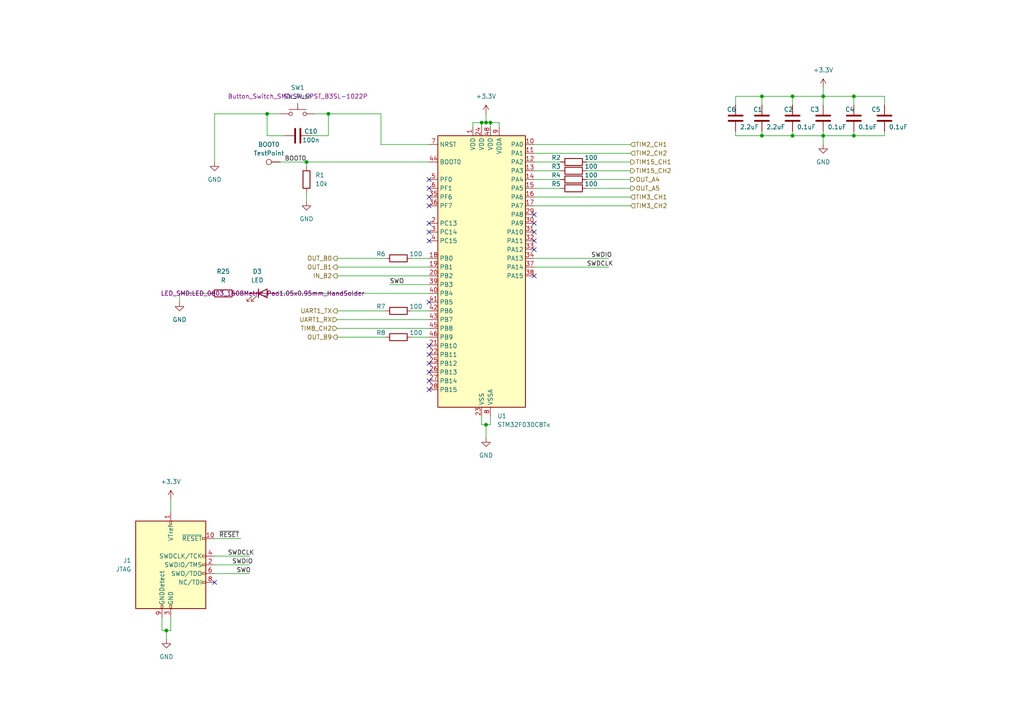
<source format=kicad_sch>
(kicad_sch (version 20230121) (generator eeschema)
  (paper "A4")
  (lib_symbols
    (symbol "Connector:Conn_ARM_JTAG_SWD_10" (pin_names (offset 1.016))
      (property "Reference" "J" (at -2.54 16.51 0))
      (property "Value" "Conn_ARM_JTAG_SWD_10" (at -2.54 13.97 0))
      (symbol "Conn_ARM_JTAG_SWD_10_0_1"
        (rectangle (start -10.16 12.7) (end 10.16 -12.7) (stroke (width 0.254)) (fill (type background)))
        (rectangle (start -2.794 -12.7) (end -2.286 -11.684))
        (rectangle (start -0.254 -12.7) (end 0.254 -11.684))
        (rectangle (start -0.254 12.7) (end 0.254 11.684))
        (rectangle (start 9.144 2.286) (end 10.16 2.794))
        (rectangle (start 10.16 -2.794) (end 9.144 -2.286))
        (rectangle (start 10.16 -0.254) (end 9.144 0.254))
        (rectangle (start 10.16 7.874) (end 9.144 7.366))
      )
      (symbol "Conn_ARM_JTAG_SWD_10_1_1"
        (rectangle (start 9.144 -5.334) (end 10.16 -4.826))
        (pin power_in line (at 0 15.24 270) (length 2.54) (name "VTref") (number "1"))
        (pin open_collector line (at 12.7 7.62 180) (length 2.54) (name "~{RESET}") (number "10"))
        (pin bidirectional line (at 12.7 0 180) (length 2.54) (name "SWDIO/TMS") (number "2"))
        (pin power_in line (at 0 -15.24 90) (length 2.54) (name "GND") (number "3"))
        (pin output line (at 12.7 2.54 180) (length 2.54) (name "SWDCLK/TCK") (number "4"))
        (pin passive line (at 0 -15.24 90) (length 2.54) hide (name "GND") (number "5"))
        (pin input line (at 12.7 -2.54 180) (length 2.54) (name "SWO/TDO") (number "6"))
        (pin no_connect line (at -10.16 0 0) (length 2.54) hide (name "KEY") (number "7"))
        (pin output line (at 12.7 -5.08 180) (length 2.54) (name "NC/TDI") (number "8"))
        (pin passive line (at -2.54 -15.24 90) (length 2.54) (name "GNDDetect") (number "9"))
      )
    )
    (symbol "Connector:TestPoint" (pin_numbers hide) (pin_names (offset 0.762) hide)
      (property "Reference" "TP" (at 0 6.858 0))
      (property "Value" "TestPoint" (at 0 5.08 0))
      (symbol "TestPoint_0_1"
        (circle (center 0 3.302) (radius 0.762))
      )
      (symbol "TestPoint_1_1"
        (pin passive line (at 0 0 90) (length 2.54) (name "1") (number "1"))
      )
    )
    (symbol "Device:C" (pin_numbers hide) (pin_names (offset 0.254))
      (property "Reference" "C" (at 0.635 2.54 0))
      (property "Value" "C" (at 0.635 -2.54 0))
      (symbol "C_0_1"
        (polyline (pts (xy -2.032 -0.762) (xy 2.032 -0.762)) (stroke (width 0.508)))
        (polyline (pts (xy -2.032 0.762) (xy 2.032 0.762)) (stroke (width 0.508)))
      )
      (symbol "C_1_1"
        (pin passive line (at 0 3.81 270) (length 2.794) (name "~") (number "1"))
        (pin passive line (at 0 -3.81 90) (length 2.794) (name "~") (number "2"))
      )
    )
    (symbol "Device:LED" (pin_numbers hide) (pin_names (offset 1.016) hide)
      (property "Reference" "D" (at 0 2.54 0))
      (property "Value" "LED" (at 0 -2.54 0))
      (symbol "LED_0_1"
        (polyline (pts (xy -1.27 -1.27) (xy -1.27 1.27)) (stroke (width 0.254)))
        (polyline (pts (xy -1.27 0) (xy 1.27 0)))
        (polyline (pts (xy 1.27 -1.27) (xy 1.27 1.27) (xy -1.27 0) (xy 1.27 -1.27)) (stroke (width 0.254)))
        (polyline (pts (xy -3.048 -0.762) (xy -4.572 -2.286) (xy -3.81 -2.286) (xy -4.572 -2.286) (xy -4.572 -1.524)))
        (polyline (pts (xy -1.778 -0.762) (xy -3.302 -2.286) (xy -2.54 -2.286) (xy -3.302 -2.286) (xy -3.302 -1.524)))
      )
      (symbol "LED_1_1"
        (pin passive line (at -3.81 0 0) (length 2.54) (name "K") (number "1"))
        (pin passive line (at 3.81 0 180) (length 2.54) (name "A") (number "2"))
      )
    )
    (symbol "Device:R" (pin_numbers hide) (pin_names (offset 0))
      (property "Reference" "R" (at 2.032 0 90))
      (property "Value" "R" (at 0 0 90))
      (symbol "R_0_1"
        (rectangle (start -1.016 -2.54) (end 1.016 2.54) (stroke (width 0.254)))
      )
      (symbol "R_1_1"
        (pin passive line (at 0 3.81 270) (length 1.27) (name "~") (number "1"))
        (pin passive line (at 0 -3.81 90) (length 1.27) (name "~") (number "2"))
      )
    )
    (symbol "MCU_ST_STM32F0:STM32F030C8Tx"
      (property "Reference" "U" (at -12.7 41.91 0))
      (property "Value" "STM32F030C8Tx" (at 7.62 41.91 0))
      (symbol "STM32F030C8Tx_0_1"
        (rectangle (start -12.7 -38.1) (end 12.7 40.64) (stroke (width 0.254)) (fill (type background)))
      )
      (symbol "STM32F030C8Tx_1_1"
        (pin power_in line (at -2.54 43.18 270) (length 2.54) (name "VDD") (number "1"))
        (pin bidirectional line (at 15.24 38.1 180) (length 2.54) (name "PA0") (number "10"))
        (pin bidirectional line (at 15.24 35.56 180) (length 2.54) (name "PA1") (number "11"))
        (pin bidirectional line (at 15.24 33.02 180) (length 2.54) (name "PA2") (number "12"))
        (pin bidirectional line (at 15.24 30.48 180) (length 2.54) (name "PA3") (number "13"))
        (pin bidirectional line (at 15.24 27.94 180) (length 2.54) (name "PA4") (number "14"))
        (pin bidirectional line (at 15.24 25.4 180) (length 2.54) (name "PA5") (number "15"))
        (pin bidirectional line (at 15.24 22.86 180) (length 2.54) (name "PA6") (number "16"))
        (pin bidirectional line (at 15.24 20.32 180) (length 2.54) (name "PA7") (number "17"))
        (pin bidirectional line (at -15.24 5.08 0) (length 2.54) (name "PB0") (number "18"))
        (pin bidirectional line (at -15.24 2.54 0) (length 2.54) (name "PB1") (number "19"))
        (pin bidirectional line (at -15.24 15.24 0) (length 2.54) (name "PC13") (number "2"))
        (pin bidirectional line (at -15.24 0 0) (length 2.54) (name "PB2") (number "20"))
        (pin bidirectional line (at -15.24 -20.32 0) (length 2.54) (name "PB10") (number "21"))
        (pin bidirectional line (at -15.24 -22.86 0) (length 2.54) (name "PB11") (number "22"))
        (pin power_in line (at 0 -40.64 90) (length 2.54) (name "VSS") (number "23"))
        (pin power_in line (at 0 43.18 270) (length 2.54) (name "VDD") (number "24"))
        (pin bidirectional line (at -15.24 -25.4 0) (length 2.54) (name "PB12") (number "25"))
        (pin bidirectional line (at -15.24 -27.94 0) (length 2.54) (name "PB13") (number "26"))
        (pin bidirectional line (at -15.24 -30.48 0) (length 2.54) (name "PB14") (number "27"))
        (pin bidirectional line (at -15.24 -33.02 0) (length 2.54) (name "PB15") (number "28"))
        (pin bidirectional line (at 15.24 17.78 180) (length 2.54) (name "PA8") (number "29"))
        (pin bidirectional line (at -15.24 12.7 0) (length 2.54) (name "PC14") (number "3"))
        (pin bidirectional line (at 15.24 15.24 180) (length 2.54) (name "PA9") (number "30"))
        (pin bidirectional line (at 15.24 12.7 180) (length 2.54) (name "PA10") (number "31"))
        (pin bidirectional line (at 15.24 10.16 180) (length 2.54) (name "PA11") (number "32"))
        (pin bidirectional line (at 15.24 7.62 180) (length 2.54) (name "PA12") (number "33"))
        (pin bidirectional line (at 15.24 5.08 180) (length 2.54) (name "PA13") (number "34"))
        (pin bidirectional line (at -15.24 22.86 0) (length 2.54) (name "PF6") (number "35"))
        (pin bidirectional line (at -15.24 20.32 0) (length 2.54) (name "PF7") (number "36"))
        (pin bidirectional line (at 15.24 2.54 180) (length 2.54) (name "PA14") (number "37"))
        (pin bidirectional line (at 15.24 0 180) (length 2.54) (name "PA15") (number "38"))
        (pin bidirectional line (at -15.24 -2.54 0) (length 2.54) (name "PB3") (number "39"))
        (pin bidirectional line (at -15.24 10.16 0) (length 2.54) (name "PC15") (number "4"))
        (pin bidirectional line (at -15.24 -5.08 0) (length 2.54) (name "PB4") (number "40"))
        (pin bidirectional line (at -15.24 -7.62 0) (length 2.54) (name "PB5") (number "41"))
        (pin bidirectional line (at -15.24 -10.16 0) (length 2.54) (name "PB6") (number "42"))
        (pin bidirectional line (at -15.24 -12.7 0) (length 2.54) (name "PB7") (number "43"))
        (pin input line (at -15.24 33.02 0) (length 2.54) (name "BOOT0") (number "44"))
        (pin bidirectional line (at -15.24 -15.24 0) (length 2.54) (name "PB8") (number "45"))
        (pin bidirectional line (at -15.24 -17.78 0) (length 2.54) (name "PB9") (number "46"))
        (pin passive line (at 0 -40.64 90) (length 2.54) hide (name "VSS") (number "47"))
        (pin power_in line (at 2.54 43.18 270) (length 2.54) (name "VDD") (number "48"))
        (pin bidirectional line (at -15.24 27.94 0) (length 2.54) (name "PF0") (number "5"))
        (pin bidirectional line (at -15.24 25.4 0) (length 2.54) (name "PF1") (number "6"))
        (pin input line (at -15.24 38.1 0) (length 2.54) (name "NRST") (number "7"))
        (pin power_in line (at 2.54 -40.64 90) (length 2.54) (name "VSSA") (number "8"))
        (pin power_in line (at 5.08 43.18 270) (length 2.54) (name "VDDA") (number "9"))
      )
    )
    (symbol "Switch:SW_Push" (pin_numbers hide) (pin_names (offset 1.016) hide)
      (property "Reference" "SW" (at 1.27 2.54 0))
      (property "Value" "SW_Push" (at 0 -1.524 0))
      (symbol "SW_Push_0_1"
        (circle (center -2.032 0) (radius 0.508))
        (polyline (pts (xy 0 1.27) (xy 0 3.048)))
        (polyline (pts (xy 2.54 1.27) (xy -2.54 1.27)))
        (circle (center 2.032 0) (radius 0.508))
        (pin passive line (at -5.08 0 0) (length 2.54) (name "1") (number "1"))
        (pin passive line (at 5.08 0 180) (length 2.54) (name "2") (number "2"))
      )
    )
    (symbol "power:+3.3V" (power) (pin_names (offset 0))
      (property "Value" "+3.3V" (at 0 3.556 0))
      (symbol "+3.3V_0_1"
        (polyline (pts (xy -0.762 1.27) (xy 0 2.54)))
        (polyline (pts (xy 0 0) (xy 0 2.54)))
        (polyline (pts (xy 0 2.54) (xy 0.762 1.27)))
      )
      (symbol "+3.3V_1_1"
        (pin power_in line (at 0 0 90) (length 0) hide (name "+3.3V") (number "1"))
      )
    )
    (symbol "power:GND" (power) (pin_names (offset 0))
      (property "Value" "GND" (at 0 -3.81 0))
      (symbol "GND_0_1"
        (polyline (pts (xy 0 0) (xy 0 -1.27) (xy 1.27 -1.27) (xy 0 -2.54) (xy -1.27 -1.27) (xy 0 -1.27)))
      )
      (symbol "GND_1_1"
        (pin power_in line (at 0 0 270) (length 0) hide (name "GND") (number "1"))
      )
    )
  )
  (junction (at 77.47 33.02))
  (junction (at 247.65 27.94))
  (junction (at 140.97 123.19))
  (junction (at 142.24 35.56))
  (junction (at 229.87 27.94))
  (junction (at 220.98 27.94))
  (junction (at 95.25 33.02))
  (junction (at 48.26 182.88))
  (junction (at 139.7 35.56))
  (junction (at 238.76 39.37))
  (junction (at 229.87 39.37))
  (junction (at 220.98 39.37))
  (junction (at 238.76 27.94))
  (junction (at 140.97 35.56))
  (junction (at 247.65 39.37))
  (junction (at 88.9 46.99))
  (no_connect (at 124.46 69.85))
  (no_connect (at 154.94 62.23))
  (no_connect (at 124.46 105.41))
  (no_connect (at 124.46 102.87))
  (no_connect (at 154.94 80.01))
  (no_connect (at 124.46 54.61))
  (no_connect (at 124.46 57.15))
  (no_connect (at 124.46 110.49))
  (no_connect (at 154.94 69.85))
  (no_connect (at 124.46 52.07))
  (no_connect (at 154.94 67.31))
  (no_connect (at 124.46 64.77))
  (no_connect (at 154.94 64.77))
  (no_connect (at 124.46 67.31))
  (no_connect (at 124.46 59.69))
  (no_connect (at 124.46 107.95))
  (no_connect (at 154.94 72.39))
  (no_connect (at 124.46 87.63))
  (no_connect (at 124.46 100.33))
  (no_connect (at 62.23 168.91))
  (no_connect (at 124.46 113.03))
  (wire (pts (xy 140.97 123.19) (xy 140.97 127)))
  (wire (pts (xy 137.16 36.83) (xy 137.16 35.56)))
  (wire (pts (xy 49.53 144.78) (xy 49.53 148.59)))
  (wire (pts (xy 95.25 33.02) (xy 95.25 39.37)))
  (wire (pts (xy 154.94 57.15) (xy 182.88 57.15)))
  (wire (pts (xy 88.9 46.99) (xy 88.9 48.26)))
  (wire (pts (xy 154.94 59.69) (xy 182.88 59.69)))
  (wire (pts (xy 170.18 52.07) (xy 182.88 52.07)))
  (wire (pts (xy 137.16 35.56) (xy 139.7 35.56)))
  (wire (pts (xy 213.36 39.37) (xy 220.98 39.37)))
  (wire (pts (xy 68.58 85.09) (xy 72.39 85.09)))
  (wire (pts (xy 62.23 161.29) (xy 72.39 161.29)))
  (wire (pts (xy 62.23 46.99) (xy 62.23 33.02)))
  (wire (pts (xy 154.94 41.91) (xy 182.88 41.91)))
  (wire (pts (xy 62.23 33.02) (xy 77.47 33.02)))
  (wire (pts (xy 220.98 38.1) (xy 220.98 39.37)))
  (wire (pts (xy 220.98 27.94) (xy 229.87 27.94)))
  (wire (pts (xy 247.65 38.1) (xy 247.65 39.37)))
  (wire (pts (xy 256.54 30.48) (xy 256.54 27.94)))
  (wire (pts (xy 97.79 80.01) (xy 124.46 80.01)))
  (wire (pts (xy 88.9 55.88) (xy 88.9 58.42)))
  (wire (pts (xy 256.54 38.1) (xy 256.54 39.37)))
  (wire (pts (xy 154.94 49.53) (xy 162.56 49.53)))
  (wire (pts (xy 119.38 74.93) (xy 124.46 74.93)))
  (wire (pts (xy 140.97 35.56) (xy 139.7 35.56)))
  (wire (pts (xy 77.47 33.02) (xy 81.28 33.02)))
  (wire (pts (xy 97.79 74.93) (xy 111.76 74.93)))
  (wire (pts (xy 144.78 35.56) (xy 142.24 35.56)))
  (wire (pts (xy 229.87 27.94) (xy 238.76 27.94)))
  (wire (pts (xy 52.07 85.09) (xy 60.96 85.09)))
  (wire (pts (xy 170.18 49.53) (xy 182.88 49.53)))
  (wire (pts (xy 80.01 85.09) (xy 124.46 85.09)))
  (wire (pts (xy 154.94 54.61) (xy 162.56 54.61)))
  (wire (pts (xy 139.7 123.19) (xy 140.97 123.19)))
  (wire (pts (xy 154.94 46.99) (xy 162.56 46.99)))
  (wire (pts (xy 90.17 39.37) (xy 95.25 39.37)))
  (wire (pts (xy 238.76 39.37) (xy 238.76 41.91)))
  (wire (pts (xy 256.54 27.94) (xy 247.65 27.94)))
  (wire (pts (xy 88.9 46.99) (xy 124.46 46.99)))
  (wire (pts (xy 62.23 166.37) (xy 72.39 166.37)))
  (wire (pts (xy 81.28 46.99) (xy 88.9 46.99)))
  (wire (pts (xy 110.49 41.91) (xy 124.46 41.91)))
  (wire (pts (xy 229.87 30.48) (xy 229.87 27.94)))
  (wire (pts (xy 229.87 39.37) (xy 238.76 39.37)))
  (wire (pts (xy 154.94 52.07) (xy 162.56 52.07)))
  (wire (pts (xy 97.79 97.79) (xy 111.76 97.79)))
  (wire (pts (xy 95.25 33.02) (xy 110.49 33.02)))
  (wire (pts (xy 97.79 92.71) (xy 124.46 92.71)))
  (wire (pts (xy 213.36 38.1) (xy 213.36 39.37)))
  (wire (pts (xy 46.99 179.07) (xy 46.99 182.88)))
  (wire (pts (xy 220.98 39.37) (xy 229.87 39.37)))
  (wire (pts (xy 97.79 90.17) (xy 111.76 90.17)))
  (wire (pts (xy 213.36 27.94) (xy 220.98 27.94)))
  (wire (pts (xy 48.26 182.88) (xy 48.26 185.42)))
  (wire (pts (xy 46.99 182.88) (xy 48.26 182.88)))
  (wire (pts (xy 256.54 39.37) (xy 247.65 39.37)))
  (wire (pts (xy 154.94 77.47) (xy 176.53 77.47)))
  (wire (pts (xy 238.76 27.94) (xy 238.76 30.48)))
  (wire (pts (xy 113.03 82.55) (xy 124.46 82.55)))
  (wire (pts (xy 220.98 30.48) (xy 220.98 27.94)))
  (wire (pts (xy 119.38 90.17) (xy 124.46 90.17)))
  (wire (pts (xy 97.79 95.25) (xy 124.46 95.25)))
  (wire (pts (xy 139.7 35.56) (xy 139.7 36.83)))
  (wire (pts (xy 97.79 77.47) (xy 124.46 77.47)))
  (wire (pts (xy 142.24 123.19) (xy 140.97 123.19)))
  (wire (pts (xy 119.38 97.79) (xy 124.46 97.79)))
  (wire (pts (xy 49.53 179.07) (xy 49.53 182.88)))
  (wire (pts (xy 139.7 120.65) (xy 139.7 123.19)))
  (wire (pts (xy 82.55 39.37) (xy 77.47 39.37)))
  (wire (pts (xy 144.78 36.83) (xy 144.78 35.56)))
  (wire (pts (xy 140.97 33.02) (xy 140.97 35.56)))
  (wire (pts (xy 154.94 74.93) (xy 176.53 74.93)))
  (wire (pts (xy 91.44 33.02) (xy 95.25 33.02)))
  (wire (pts (xy 142.24 35.56) (xy 140.97 35.56)))
  (wire (pts (xy 238.76 38.1) (xy 238.76 39.37)))
  (wire (pts (xy 238.76 25.4) (xy 238.76 27.94)))
  (wire (pts (xy 229.87 38.1) (xy 229.87 39.37)))
  (wire (pts (xy 170.18 46.99) (xy 182.88 46.99)))
  (wire (pts (xy 77.47 39.37) (xy 77.47 33.02)))
  (wire (pts (xy 154.94 44.45) (xy 182.88 44.45)))
  (wire (pts (xy 170.18 54.61) (xy 182.88 54.61)))
  (wire (pts (xy 247.65 39.37) (xy 238.76 39.37)))
  (wire (pts (xy 62.23 163.83) (xy 72.39 163.83)))
  (wire (pts (xy 247.65 27.94) (xy 238.76 27.94)))
  (wire (pts (xy 62.23 156.21) (xy 69.85 156.21)))
  (wire (pts (xy 247.65 30.48) (xy 247.65 27.94)))
  (wire (pts (xy 213.36 30.48) (xy 213.36 27.94)))
  (wire (pts (xy 52.07 87.63) (xy 52.07 85.09)))
  (wire (pts (xy 142.24 120.65) (xy 142.24 123.19)))
  (wire (pts (xy 49.53 182.88) (xy 48.26 182.88)))
  (wire (pts (xy 142.24 36.83) (xy 142.24 35.56)))
  (wire (pts (xy 110.49 33.02) (xy 110.49 41.91)))
  (label "SWDCLK" (at 170.18 77.47 0))
  (label "SWDIO" (at 67.31 163.83 0))
  (label "SWDCLK" (at 66.04 161.29 0))
  (label "SWO" (at 113.03 82.55 0))
  (label "SWO" (at 68.58 166.37 0))
  (label "SWDIO" (at 171.45 74.93 0))
  (label "BOOT0" (at 82.55 46.99 0))
  (label "~{RESET}" (at 63.5 156.21 0))
  (hierarchical_label "UART1_RX" (shape input) (at 97.79 92.71 180))
  (hierarchical_label "TIM3_CH1" (shape input) (at 182.88 57.15 0))
  (hierarchical_label "OUT_B9" (shape output) (at 97.79 97.79 180))
  (hierarchical_label "TIM2_CH2" (shape input) (at 182.88 44.45 0))
  (hierarchical_label "UART1_TX" (shape output) (at 97.79 90.17 180))
  (hierarchical_label "IN_B2" (shape output) (at 97.79 80.01 180))
  (hierarchical_label "TIM15_CH1" (shape output) (at 182.88 46.99 0))
  (hierarchical_label "TIM8_CH2" (shape input) (at 97.79 95.25 180))
  (hierarchical_label "TIM2_CH1" (shape input) (at 182.88 41.91 0))
  (hierarchical_label "OUT_A4" (shape output) (at 182.88 52.07 0))
  (hierarchical_label "OUT_B1" (shape output) (at 97.79 77.47 180))
  (hierarchical_label "OUT_A5" (shape output) (at 182.88 54.61 0))
  (hierarchical_label "OUT_B0" (shape output) (at 97.79 74.93 180))
  (hierarchical_label "TIM15_CH2" (shape output) (at 182.88 49.53 0))
  (hierarchical_label "TIM3_CH2" (shape input) (at 182.88 59.69 0))
  (symbol (lib_id "Device:R") (at 88.9 52.07 0) (unit 1)
    (property "Reference" "R1" (at 91.44 50.8 0) (effects (justify left)))
    (property "Value" "10k" (at 91.44 53.34 0) (effects (justify left)))
    (property "Footprint" "Resistor_SMD:R_0603_1608Metric" (effects hide))
  )
  (symbol (lib_id "Device:C") (at 213.36 34.29 0) (unit 1)
    (property "Reference" "C6" (at 210.82 31.75 0) (effects (justify left)))
    (property "Value" "2.2uF" (at 214.63 36.83 0) (effects (justify left)))
    (property "Footprint" "Capacitor_SMD:C_0603_1608Metric" (effects hide))
  )
  (symbol (lib_id "power:GND") (at 48.26 185.42 0) (unit 1)
    (property "Reference" "#PWR06" (effects hide))
    (property "Value" "GND" (at 48.26 190.5 0))
  )
  (symbol (lib_id "Device:C") (at 229.87 34.29 0) (unit 1)
    (property "Reference" "C2" (at 227.33 31.75 0) (effects (justify left)))
    (property "Value" "0.1uF" (at 231.14 36.83 0) (effects (justify left)))
    (property "Footprint" "Capacitor_SMD:C_0603_1608Metric" (effects hide))
  )
  (symbol (lib_id "Connector:TestPoint") (at 81.28 46.99 90) (unit 1)
    (property "Reference" "BOOT0" (at 77.978 41.91 90))
    (property "Value" "TestPoint" (at 77.978 44.45 90))
    (property "Footprint" "TestPoint:TestPoint_Pad_D1.5mm" (effects hide))
  )
  (symbol (lib_id "power:GND") (at 238.76 41.91 0) (unit 1)
    (property "Reference" "#PWR04" (effects hide))
    (property "Value" "GND" (at 238.76 46.99 0))
  )
  (symbol (lib_id "Connector:Conn_ARM_JTAG_SWD_10") (at 49.53 163.83 0) (unit 1)
    (property "Reference" "J1" (at 38.1 162.56 0) (effects (justify right)))
    (property "Value" "JTAG" (at 38.1 165.1 0) (effects (justify right)))
    (property "Footprint" "Connector_PinHeader_1.27mm:PinHeader_2x05_P1.27mm_Vertical" (effects hide))
    (property "Datasheet" "http://infocenter.arm.com/help/topic/com.arm.doc.ddi0314h/DDI0314H_coresight_components_trm.pdf" (effects hide))
  )
  (symbol (lib_id "Switch:SW_Push") (at 86.36 33.02 0) (unit 1)
    (property "Reference" "SW1" (at 86.36 25.4 0))
    (property "Value" "SW_Push" (at 86.36 27.94 0))
    (property "Footprint" "Button_Switch_SMD:SW_SPST_B3SL-1022P" (at 86.36 27.94 0))
  )
  (symbol (lib_id "Device:R") (at 166.37 54.61 90) (unit 1)
    (property "Reference" "R5" (at 161.29 53.34 90))
    (property "Value" "100" (at 171.45 53.34 90))
    (property "Footprint" "Resistor_SMD:R_0603_1608Metric" (effects hide))
  )
  (symbol (lib_id "Device:R") (at 115.57 74.93 90) (unit 1)
    (property "Reference" "R6" (at 110.49 73.66 90))
    (property "Value" "100" (at 120.65 73.66 90))
    (property "Footprint" "Resistor_SMD:R_0603_1608Metric" (effects hide))
  )
  (symbol (lib_id "Device:R") (at 115.57 90.17 90) (unit 1)
    (property "Reference" "R7" (at 110.49 88.9 90))
    (property "Value" "100" (at 120.65 88.9 90))
    (property "Footprint" "Resistor_SMD:R_0603_1608Metric" (effects hide))
  )
  (symbol (lib_id "Device:R") (at 166.37 46.99 90) (unit 1)
    (property "Reference" "R2" (at 161.29 45.72 90))
    (property "Value" "100" (at 171.45 45.72 90))
    (property "Footprint" "Resistor_SMD:R_0603_1608Metric" (effects hide))
  )
  (symbol (lib_id "MCU_ST_STM32F0:STM32F030C8Tx") (at 139.7 80.01 0) (unit 1)
    (property "Reference" "U1" (at 144.1959 120.65 0) (effects (justify left)))
    (property "Value" "STM32F030C8Tx" (at 144.1959 123.19 0) (effects (justify left)))
    (property "Footprint" "Package_QFP:LQFP-48_7x7mm_P0.5mm" (effects hide))
    (property "Datasheet" "https://www.st.com/resource/en/datasheet/stm32f030c8.pdf" (effects hide))
  )
  (symbol (lib_id "Device:LED") (at 76.2 85.09 0) (unit 1)
    (property "Reference" "D3" (at 74.6125 78.74 0))
    (property "Value" "LED" (at 74.6125 81.28 0))
    (property "Footprint" "LED_SMD:LED_0603_1608Metric_Pad1.05x0.95mm_HandSolder" (at 76.2 85.09 0))
  )
  (symbol (lib_id "Device:C") (at 86.36 39.37 90) (unit 1)
    (property "Reference" "C10" (at 90.17 38.1 90))
    (property "Value" "100n" (at 90.17 40.64 90))
    (property "Footprint" "Capacitor_SMD:C_0603_1608Metric" (effects hide))
  )
  (symbol (lib_id "power:GND") (at 62.23 46.99 0) (unit 1)
    (property "Reference" "#PWR020" (effects hide))
    (property "Value" "GND" (at 62.23 52.07 0))
  )
  (symbol (lib_id "Device:R") (at 115.57 97.79 90) (unit 1)
    (property "Reference" "R8" (at 110.49 96.52 90))
    (property "Value" "100" (at 120.65 96.52 90))
    (property "Footprint" "Resistor_SMD:R_0603_1608Metric" (effects hide))
  )
  (symbol (lib_id "power:+3.3V") (at 238.76 25.4 0) (unit 1)
    (property "Reference" "#PWR03" (effects hide))
    (property "Value" "+3.3V" (at 238.76 20.32 0))
  )
  (symbol (lib_id "Device:R") (at 166.37 49.53 90) (unit 1)
    (property "Reference" "R3" (at 161.29 48.26 90))
    (property "Value" "100" (at 171.45 48.26 90))
    (property "Footprint" "Resistor_SMD:R_0603_1608Metric" (effects hide))
  )
  (symbol (lib_id "Device:C") (at 247.65 34.29 0) (unit 1)
    (property "Reference" "C4" (at 245.11 31.75 0) (effects (justify left)))
    (property "Value" "0.1uF" (at 248.92 36.83 0) (effects (justify left)))
    (property "Footprint" "Capacitor_SMD:C_0603_1608Metric" (effects hide))
  )
  (symbol (lib_id "power:GND") (at 52.07 87.63 0) (unit 1)
    (property "Reference" "#PWR036" (effects hide))
    (property "Value" "GND" (at 52.07 92.71 0))
  )
  (symbol (lib_id "Device:C") (at 256.54 34.29 0) (unit 1)
    (property "Reference" "C5" (at 252.73 31.75 0) (effects (justify left)))
    (property "Value" "0.1uF" (at 257.81 36.83 0) (effects (justify left)))
    (property "Footprint" "Capacitor_SMD:C_0603_1608Metric" (effects hide))
  )
  (symbol (lib_id "power:+3.3V") (at 140.97 33.02 0) (unit 1)
    (property "Reference" "#PWR01" (effects hide))
    (property "Value" "+3.3V" (at 140.97 27.94 0))
  )
  (symbol (lib_id "Device:R") (at 64.77 85.09 90) (unit 1)
    (property "Reference" "R25" (at 64.77 78.74 90))
    (property "Value" "R" (at 64.77 81.28 90))
    (property "Footprint" "Resistor_SMD:R_0603_1608Metric" (effects hide))
  )
  (symbol (lib_id "Device:C") (at 238.76 34.29 0) (unit 1)
    (property "Reference" "C3" (at 234.95 31.75 0) (effects (justify left)))
    (property "Value" "0.1uF" (at 240.03 36.83 0) (effects (justify left)))
    (property "Footprint" "Capacitor_SMD:C_0603_1608Metric" (effects hide))
  )
  (symbol (lib_id "power:GND") (at 88.9 58.42 0) (unit 1)
    (property "Reference" "#PWR07" (effects hide))
    (property "Value" "GND" (at 88.9 63.5 0))
  )
  (symbol (lib_id "power:+3.3V") (at 49.53 144.78 0) (unit 1)
    (property "Reference" "#PWR05" (effects hide))
    (property "Value" "+3.3V" (at 49.53 139.7 0))
  )
  (symbol (lib_id "Device:R") (at 166.37 52.07 90) (unit 1)
    (property "Reference" "R4" (at 161.29 50.8 90))
    (property "Value" "100" (at 171.45 50.8 90))
    (property "Footprint" "Resistor_SMD:R_0603_1608Metric" (effects hide))
  )
  (symbol (lib_id "power:GND") (at 140.97 127 0) (unit 1)
    (property "Reference" "#PWR02" (effects hide))
    (property "Value" "GND" (at 140.97 132.08 0))
  )
  (symbol (lib_id "Device:C") (at 220.98 34.29 0) (unit 1)
    (property "Reference" "C1" (at 218.44 31.75 0) (effects (justify left)))
    (property "Value" "2.2uF" (at 222.25 36.83 0) (effects (justify left)))
    (property "Footprint" "Capacitor_SMD:C_0603_1608Metric" (effects hide))
  )
)
</source>
